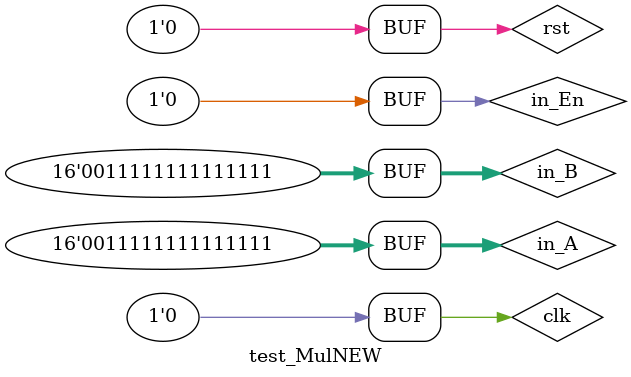
<source format=v>
`timescale 1ns / 1ps


module test_MulNEW;

	// Inputs
	reg [15:0] in_A;
	reg [15:0] in_B;
	reg in_En;
	reg clk;
	reg rst;

	// Outputs
	wire [15:0] out_Out;
	wire out_Ready;
	wire [11:0] fractionWire;

	// Instantiate the Unit Under Test (UUT)
	mod_Multiply uut (
		.in_A(in_A), 
		.in_B(in_B), 
		.in_En(in_En), 
		.out_Out(out_Out), 
		.out_Ready(out_Ready), 
		.clk(clk), 
		.rst(rst),
		.fractionWire(fractionWire)
	);

	initial begin
		// Initialize Inputs
		in_A = 16'b011111111111111; 
		in_B = 16'b011111111111111;
		in_En = 0;
		clk = 0;
		rst = 0;

		
		#100;
		rst = 1;
		#100;
		rst = 0;
		in_En = 1;
		#100;
		clk = 1;
		#100;
		clk = 0;
		in_En = 0;
		
		#100;
		clk = 1;
		#100;
		clk = 0;
		
		#100;
		clk = 1;
		#100;
		clk = 0;
		
		#100;
		clk = 1;
		#100;
		clk = 0;
		
		#100;
		clk = 1;
		#100;
		clk = 0;
		

	end
      
endmodule


</source>
